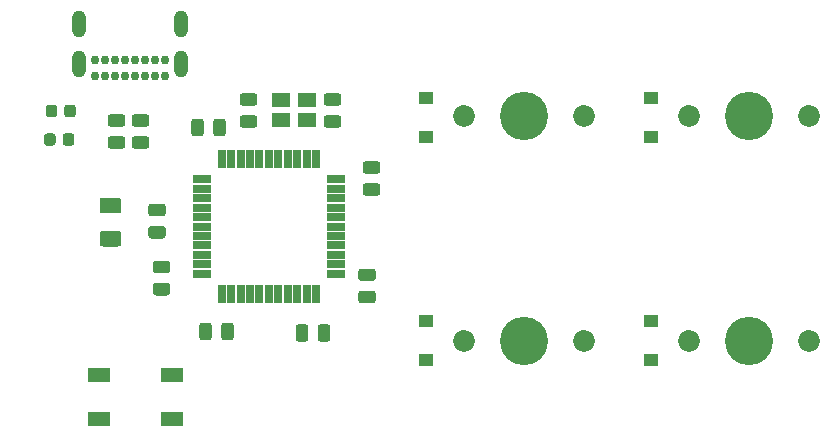
<source format=gbr>
%TF.GenerationSoftware,KiCad,Pcbnew,(5.1.6)-1*%
%TF.CreationDate,2020-08-30T12:35:22-05:00*%
%TF.ProjectId,je03-pcb-guide,6a653033-2d70-4636-922d-67756964652e,rev?*%
%TF.SameCoordinates,Original*%
%TF.FileFunction,Soldermask,Bot*%
%TF.FilePolarity,Negative*%
%FSLAX46Y46*%
G04 Gerber Fmt 4.6, Leading zero omitted, Abs format (unit mm)*
G04 Created by KiCad (PCBNEW (5.1.6)-1) date 2020-08-30 12:35:22*
%MOMM*%
%LPD*%
G01*
G04 APERTURE LIST*
%ADD10O,1.208000X2.316000*%
%ADD11C,0.750000*%
%ADD12C,1.850000*%
%ADD13C,4.087800*%
%ADD14R,1.500000X1.300000*%
%ADD15R,0.650000X1.600000*%
%ADD16R,1.600000X0.650000*%
%ADD17R,1.900000X1.200000*%
%ADD18R,1.300000X1.000000*%
G04 APERTURE END LIST*
D10*
%TO.C,J1*%
X59182000Y-81153000D03*
X67832000Y-81153000D03*
X67832000Y-84533000D03*
X59182000Y-84533000D03*
D11*
X60532000Y-84163000D03*
X61382000Y-84163000D03*
X62232000Y-84163000D03*
X63082000Y-84163000D03*
X63932000Y-84163000D03*
X64782000Y-84163000D03*
X65632000Y-84163000D03*
X66482000Y-84163000D03*
X66482000Y-85513000D03*
X65632000Y-85513000D03*
X64782000Y-85513000D03*
X63932000Y-85513000D03*
X63082000Y-85513000D03*
X62232000Y-85513000D03*
X61382000Y-85513000D03*
X60532000Y-85513000D03*
%TD*%
D12*
%TO.C,MX3*%
X91757500Y-107950000D03*
X101917500Y-107950000D03*
D13*
X96837500Y-107950000D03*
%TD*%
%TO.C,R6*%
G36*
G01*
X57932500Y-88800250D02*
X57932500Y-88237750D01*
G75*
G02*
X58176250Y-87994000I243750J0D01*
G01*
X58663750Y-87994000D01*
G75*
G02*
X58907500Y-88237750I0J-243750D01*
G01*
X58907500Y-88800250D01*
G75*
G02*
X58663750Y-89044000I-243750J0D01*
G01*
X58176250Y-89044000D01*
G75*
G02*
X57932500Y-88800250I0J243750D01*
G01*
G37*
G36*
G01*
X56357500Y-88800250D02*
X56357500Y-88237750D01*
G75*
G02*
X56601250Y-87994000I243750J0D01*
G01*
X57088750Y-87994000D01*
G75*
G02*
X57332500Y-88237750I0J-243750D01*
G01*
X57332500Y-88800250D01*
G75*
G02*
X57088750Y-89044000I-243750J0D01*
G01*
X56601250Y-89044000D01*
G75*
G02*
X56357500Y-88800250I0J243750D01*
G01*
G37*
%TD*%
%TO.C,R5*%
G36*
G01*
X57805500Y-91213250D02*
X57805500Y-90650750D01*
G75*
G02*
X58049250Y-90407000I243750J0D01*
G01*
X58536750Y-90407000D01*
G75*
G02*
X58780500Y-90650750I0J-243750D01*
G01*
X58780500Y-91213250D01*
G75*
G02*
X58536750Y-91457000I-243750J0D01*
G01*
X58049250Y-91457000D01*
G75*
G02*
X57805500Y-91213250I0J243750D01*
G01*
G37*
G36*
G01*
X56230500Y-91213250D02*
X56230500Y-90650750D01*
G75*
G02*
X56474250Y-90407000I243750J0D01*
G01*
X56961750Y-90407000D01*
G75*
G02*
X57205500Y-90650750I0J-243750D01*
G01*
X57205500Y-91213250D01*
G75*
G02*
X56961750Y-91457000I-243750J0D01*
G01*
X56474250Y-91457000D01*
G75*
G02*
X56230500Y-91213250I0J243750D01*
G01*
G37*
%TD*%
D14*
%TO.C,Y1*%
X78495250Y-87612750D03*
X76295250Y-87612750D03*
X76295250Y-89312750D03*
X78495250Y-89312750D03*
%TD*%
D15*
%TO.C,U1*%
X71262500Y-103998000D03*
X72062500Y-103998000D03*
X72862500Y-103998000D03*
X73662500Y-103998000D03*
X74462500Y-103998000D03*
X75262500Y-103998000D03*
X76062500Y-103998000D03*
X76862500Y-103998000D03*
X77662500Y-103998000D03*
X78462500Y-103998000D03*
X79262500Y-103998000D03*
D16*
X80962500Y-102298000D03*
X80962500Y-101498000D03*
X80962500Y-100698000D03*
X80962500Y-99898000D03*
X80962500Y-99098000D03*
X80962500Y-98298000D03*
X80962500Y-97498000D03*
X80962500Y-96698000D03*
X80962500Y-95898000D03*
X80962500Y-95098000D03*
X80962500Y-94298000D03*
D15*
X79262500Y-92598000D03*
X78462500Y-92598000D03*
X77662500Y-92598000D03*
X76862500Y-92598000D03*
X76062500Y-92598000D03*
X75262500Y-92598000D03*
X74462500Y-92598000D03*
X73662500Y-92598000D03*
X72862500Y-92598000D03*
X72062500Y-92598000D03*
X71262500Y-92598000D03*
D16*
X69562500Y-94298000D03*
X69562500Y-95098000D03*
X69562500Y-95898000D03*
X69562500Y-96698000D03*
X69562500Y-97498000D03*
X69562500Y-98298000D03*
X69562500Y-99098000D03*
X69562500Y-99898000D03*
X69562500Y-100698000D03*
X69562500Y-101498000D03*
X69562500Y-102298000D03*
%TD*%
D17*
%TO.C,SW1*%
X60856000Y-110854000D03*
X67056000Y-114554000D03*
X60856000Y-114554000D03*
X67056000Y-110854000D03*
%TD*%
%TO.C,R4*%
G36*
G01*
X84047250Y-102929500D02*
X83084750Y-102929500D01*
G75*
G02*
X82816000Y-102660750I0J268750D01*
G01*
X82816000Y-102123250D01*
G75*
G02*
X83084750Y-101854500I268750J0D01*
G01*
X84047250Y-101854500D01*
G75*
G02*
X84316000Y-102123250I0J-268750D01*
G01*
X84316000Y-102660750D01*
G75*
G02*
X84047250Y-102929500I-268750J0D01*
G01*
G37*
G36*
G01*
X84047250Y-104804500D02*
X83084750Y-104804500D01*
G75*
G02*
X82816000Y-104535750I0J268750D01*
G01*
X82816000Y-103998250D01*
G75*
G02*
X83084750Y-103729500I268750J0D01*
G01*
X84047250Y-103729500D01*
G75*
G02*
X84316000Y-103998250I0J-268750D01*
G01*
X84316000Y-104535750D01*
G75*
G02*
X84047250Y-104804500I-268750J0D01*
G01*
G37*
%TD*%
%TO.C,R3*%
G36*
G01*
X62838250Y-89848500D02*
X61875750Y-89848500D01*
G75*
G02*
X61607000Y-89579750I0J268750D01*
G01*
X61607000Y-89042250D01*
G75*
G02*
X61875750Y-88773500I268750J0D01*
G01*
X62838250Y-88773500D01*
G75*
G02*
X63107000Y-89042250I0J-268750D01*
G01*
X63107000Y-89579750D01*
G75*
G02*
X62838250Y-89848500I-268750J0D01*
G01*
G37*
G36*
G01*
X62838250Y-91723500D02*
X61875750Y-91723500D01*
G75*
G02*
X61607000Y-91454750I0J268750D01*
G01*
X61607000Y-90917250D01*
G75*
G02*
X61875750Y-90648500I268750J0D01*
G01*
X62838250Y-90648500D01*
G75*
G02*
X63107000Y-90917250I0J-268750D01*
G01*
X63107000Y-91454750D01*
G75*
G02*
X62838250Y-91723500I-268750J0D01*
G01*
G37*
%TD*%
%TO.C,R2*%
G36*
G01*
X64870250Y-89848500D02*
X63907750Y-89848500D01*
G75*
G02*
X63639000Y-89579750I0J268750D01*
G01*
X63639000Y-89042250D01*
G75*
G02*
X63907750Y-88773500I268750J0D01*
G01*
X64870250Y-88773500D01*
G75*
G02*
X65139000Y-89042250I0J-268750D01*
G01*
X65139000Y-89579750D01*
G75*
G02*
X64870250Y-89848500I-268750J0D01*
G01*
G37*
G36*
G01*
X64870250Y-91723500D02*
X63907750Y-91723500D01*
G75*
G02*
X63639000Y-91454750I0J268750D01*
G01*
X63639000Y-90917250D01*
G75*
G02*
X63907750Y-90648500I268750J0D01*
G01*
X64870250Y-90648500D01*
G75*
G02*
X65139000Y-90917250I0J-268750D01*
G01*
X65139000Y-91454750D01*
G75*
G02*
X64870250Y-91723500I-268750J0D01*
G01*
G37*
%TD*%
%TO.C,R1*%
G36*
G01*
X69752500Y-89434750D02*
X69752500Y-90397250D01*
G75*
G02*
X69483750Y-90666000I-268750J0D01*
G01*
X68946250Y-90666000D01*
G75*
G02*
X68677500Y-90397250I0J268750D01*
G01*
X68677500Y-89434750D01*
G75*
G02*
X68946250Y-89166000I268750J0D01*
G01*
X69483750Y-89166000D01*
G75*
G02*
X69752500Y-89434750I0J-268750D01*
G01*
G37*
G36*
G01*
X71627500Y-89434750D02*
X71627500Y-90397250D01*
G75*
G02*
X71358750Y-90666000I-268750J0D01*
G01*
X70821250Y-90666000D01*
G75*
G02*
X70552500Y-90397250I0J268750D01*
G01*
X70552500Y-89434750D01*
G75*
G02*
X70821250Y-89166000I268750J0D01*
G01*
X71358750Y-89166000D01*
G75*
G02*
X71627500Y-89434750I0J-268750D01*
G01*
G37*
%TD*%
D12*
%TO.C,MX4*%
X110807500Y-107950000D03*
X120967500Y-107950000D03*
D13*
X115887500Y-107950000D03*
%TD*%
D12*
%TO.C,MX2*%
X110807500Y-88900000D03*
X120967500Y-88900000D03*
D13*
X115887500Y-88900000D03*
%TD*%
D12*
%TO.C,MX1*%
X91757500Y-88900000D03*
X101917500Y-88900000D03*
D13*
X96837500Y-88900000D03*
%TD*%
%TO.C,F1*%
G36*
G01*
X62504000Y-97195000D02*
X61194000Y-97195000D01*
G75*
G02*
X60924000Y-96925000I0J270000D01*
G01*
X60924000Y-96115000D01*
G75*
G02*
X61194000Y-95845000I270000J0D01*
G01*
X62504000Y-95845000D01*
G75*
G02*
X62774000Y-96115000I0J-270000D01*
G01*
X62774000Y-96925000D01*
G75*
G02*
X62504000Y-97195000I-270000J0D01*
G01*
G37*
G36*
G01*
X62504000Y-99995000D02*
X61194000Y-99995000D01*
G75*
G02*
X60924000Y-99725000I0J270000D01*
G01*
X60924000Y-98915000D01*
G75*
G02*
X61194000Y-98645000I270000J0D01*
G01*
X62504000Y-98645000D01*
G75*
G02*
X62774000Y-98915000I0J-270000D01*
G01*
X62774000Y-99725000D01*
G75*
G02*
X62504000Y-99995000I-270000J0D01*
G01*
G37*
%TD*%
D18*
%TO.C,D4*%
X107569000Y-106300000D03*
X107569000Y-109600000D03*
%TD*%
%TO.C,D3*%
X88519000Y-106301000D03*
X88519000Y-109601000D03*
%TD*%
%TO.C,D2*%
X107569000Y-87378000D03*
X107569000Y-90678000D03*
%TD*%
%TO.C,D1*%
X88519000Y-87378000D03*
X88519000Y-90678000D03*
%TD*%
%TO.C,C7*%
G36*
G01*
X65685750Y-103064500D02*
X66648250Y-103064500D01*
G75*
G02*
X66917000Y-103333250I0J-268750D01*
G01*
X66917000Y-103870750D01*
G75*
G02*
X66648250Y-104139500I-268750J0D01*
G01*
X65685750Y-104139500D01*
G75*
G02*
X65417000Y-103870750I0J268750D01*
G01*
X65417000Y-103333250D01*
G75*
G02*
X65685750Y-103064500I268750J0D01*
G01*
G37*
G36*
G01*
X65685750Y-101189500D02*
X66648250Y-101189500D01*
G75*
G02*
X66917000Y-101458250I0J-268750D01*
G01*
X66917000Y-101995750D01*
G75*
G02*
X66648250Y-102264500I-268750J0D01*
G01*
X65685750Y-102264500D01*
G75*
G02*
X65417000Y-101995750I0J268750D01*
G01*
X65417000Y-101458250D01*
G75*
G02*
X65685750Y-101189500I268750J0D01*
G01*
G37*
%TD*%
%TO.C,C6*%
G36*
G01*
X84428250Y-93834000D02*
X83465750Y-93834000D01*
G75*
G02*
X83197000Y-93565250I0J268750D01*
G01*
X83197000Y-93027750D01*
G75*
G02*
X83465750Y-92759000I268750J0D01*
G01*
X84428250Y-92759000D01*
G75*
G02*
X84697000Y-93027750I0J-268750D01*
G01*
X84697000Y-93565250D01*
G75*
G02*
X84428250Y-93834000I-268750J0D01*
G01*
G37*
G36*
G01*
X84428250Y-95709000D02*
X83465750Y-95709000D01*
G75*
G02*
X83197000Y-95440250I0J268750D01*
G01*
X83197000Y-94902750D01*
G75*
G02*
X83465750Y-94634000I268750J0D01*
G01*
X84428250Y-94634000D01*
G75*
G02*
X84697000Y-94902750I0J-268750D01*
G01*
X84697000Y-95440250D01*
G75*
G02*
X84428250Y-95709000I-268750J0D01*
G01*
G37*
%TD*%
%TO.C,C5*%
G36*
G01*
X70417500Y-106706750D02*
X70417500Y-107669250D01*
G75*
G02*
X70148750Y-107938000I-268750J0D01*
G01*
X69611250Y-107938000D01*
G75*
G02*
X69342500Y-107669250I0J268750D01*
G01*
X69342500Y-106706750D01*
G75*
G02*
X69611250Y-106438000I268750J0D01*
G01*
X70148750Y-106438000D01*
G75*
G02*
X70417500Y-106706750I0J-268750D01*
G01*
G37*
G36*
G01*
X72292500Y-106706750D02*
X72292500Y-107669250D01*
G75*
G02*
X72023750Y-107938000I-268750J0D01*
G01*
X71486250Y-107938000D01*
G75*
G02*
X71217500Y-107669250I0J268750D01*
G01*
X71217500Y-106706750D01*
G75*
G02*
X71486250Y-106438000I268750J0D01*
G01*
X72023750Y-106438000D01*
G75*
G02*
X72292500Y-106706750I0J-268750D01*
G01*
G37*
%TD*%
%TO.C,C4*%
G36*
G01*
X78594000Y-106833750D02*
X78594000Y-107796250D01*
G75*
G02*
X78325250Y-108065000I-268750J0D01*
G01*
X77787750Y-108065000D01*
G75*
G02*
X77519000Y-107796250I0J268750D01*
G01*
X77519000Y-106833750D01*
G75*
G02*
X77787750Y-106565000I268750J0D01*
G01*
X78325250Y-106565000D01*
G75*
G02*
X78594000Y-106833750I0J-268750D01*
G01*
G37*
G36*
G01*
X80469000Y-106833750D02*
X80469000Y-107796250D01*
G75*
G02*
X80200250Y-108065000I-268750J0D01*
G01*
X79662750Y-108065000D01*
G75*
G02*
X79394000Y-107796250I0J268750D01*
G01*
X79394000Y-106833750D01*
G75*
G02*
X79662750Y-106565000I268750J0D01*
G01*
X80200250Y-106565000D01*
G75*
G02*
X80469000Y-106833750I0J-268750D01*
G01*
G37*
%TD*%
%TO.C,C3*%
G36*
G01*
X65304750Y-98238500D02*
X66267250Y-98238500D01*
G75*
G02*
X66536000Y-98507250I0J-268750D01*
G01*
X66536000Y-99044750D01*
G75*
G02*
X66267250Y-99313500I-268750J0D01*
G01*
X65304750Y-99313500D01*
G75*
G02*
X65036000Y-99044750I0J268750D01*
G01*
X65036000Y-98507250D01*
G75*
G02*
X65304750Y-98238500I268750J0D01*
G01*
G37*
G36*
G01*
X65304750Y-96363500D02*
X66267250Y-96363500D01*
G75*
G02*
X66536000Y-96632250I0J-268750D01*
G01*
X66536000Y-97169750D01*
G75*
G02*
X66267250Y-97438500I-268750J0D01*
G01*
X65304750Y-97438500D01*
G75*
G02*
X65036000Y-97169750I0J268750D01*
G01*
X65036000Y-96632250D01*
G75*
G02*
X65304750Y-96363500I268750J0D01*
G01*
G37*
%TD*%
%TO.C,C2*%
G36*
G01*
X73051750Y-88870500D02*
X74014250Y-88870500D01*
G75*
G02*
X74283000Y-89139250I0J-268750D01*
G01*
X74283000Y-89676750D01*
G75*
G02*
X74014250Y-89945500I-268750J0D01*
G01*
X73051750Y-89945500D01*
G75*
G02*
X72783000Y-89676750I0J268750D01*
G01*
X72783000Y-89139250D01*
G75*
G02*
X73051750Y-88870500I268750J0D01*
G01*
G37*
G36*
G01*
X73051750Y-86995500D02*
X74014250Y-86995500D01*
G75*
G02*
X74283000Y-87264250I0J-268750D01*
G01*
X74283000Y-87801750D01*
G75*
G02*
X74014250Y-88070500I-268750J0D01*
G01*
X73051750Y-88070500D01*
G75*
G02*
X72783000Y-87801750I0J268750D01*
G01*
X72783000Y-87264250D01*
G75*
G02*
X73051750Y-86995500I268750J0D01*
G01*
G37*
%TD*%
%TO.C,C1*%
G36*
G01*
X81126250Y-88070500D02*
X80163750Y-88070500D01*
G75*
G02*
X79895000Y-87801750I0J268750D01*
G01*
X79895000Y-87264250D01*
G75*
G02*
X80163750Y-86995500I268750J0D01*
G01*
X81126250Y-86995500D01*
G75*
G02*
X81395000Y-87264250I0J-268750D01*
G01*
X81395000Y-87801750D01*
G75*
G02*
X81126250Y-88070500I-268750J0D01*
G01*
G37*
G36*
G01*
X81126250Y-89945500D02*
X80163750Y-89945500D01*
G75*
G02*
X79895000Y-89676750I0J268750D01*
G01*
X79895000Y-89139250D01*
G75*
G02*
X80163750Y-88870500I268750J0D01*
G01*
X81126250Y-88870500D01*
G75*
G02*
X81395000Y-89139250I0J-268750D01*
G01*
X81395000Y-89676750D01*
G75*
G02*
X81126250Y-89945500I-268750J0D01*
G01*
G37*
%TD*%
M02*

</source>
